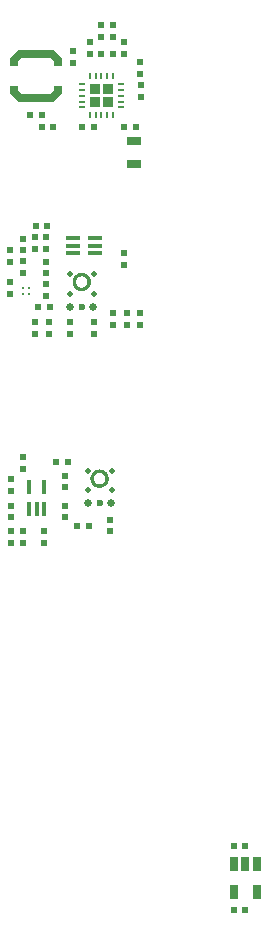
<source format=gbr>
%TF.GenerationSoftware,Altium Limited,Altium Designer,22.6.1 (34)*%
G04 Layer_Color=128*
%FSLAX45Y45*%
%MOMM*%
%TF.SameCoordinates,41C29604-6FBD-4392-AD62-CF0DA8D1722B*%
%TF.FilePolarity,Positive*%
%TF.FileFunction,Paste,Bot*%
%TF.Part,CustomerPanel*%
G01*
G75*
%TA.AperFunction,SMDPad,CuDef*%
%ADD11R,0.50000X0.60000*%
%ADD12R,0.60000X0.50000*%
%ADD13R,1.30000X0.40000*%
G04:AMPARAMS|DCode=32|XSize=1.19mm|YSize=0.4mm|CornerRadius=0.1mm|HoleSize=0mm|Usage=FLASHONLY|Rotation=90.000|XOffset=0mm|YOffset=0mm|HoleType=Round|Shape=RoundedRectangle|*
%AMROUNDEDRECTD32*
21,1,1.19000,0.20000,0,0,90.0*
21,1,0.99000,0.40000,0,0,90.0*
1,1,0.20000,0.10000,0.49500*
1,1,0.20000,0.10000,-0.49500*
1,1,0.20000,-0.10000,-0.49500*
1,1,0.20000,-0.10000,0.49500*
%
%ADD32ROUNDEDRECTD32*%
%TA.AperFunction,ConnectorPad*%
%ADD33R,0.60000X0.50000*%
%TA.AperFunction,SMDPad,CuDef*%
%ADD34R,0.15000X0.15000*%
%ADD35C,0.65000*%
%ADD36C,0.46000*%
%ADD37C,0.60000*%
%ADD38C,0.25400*%
G04:AMPARAMS|DCode=39|XSize=0.9017mm|YSize=0.7112mm|CornerRadius=0mm|HoleSize=0mm|Usage=FLASHONLY|Rotation=45.000|XOffset=0mm|YOffset=0mm|HoleType=Round|Shape=Rectangle|*
%AMROTATEDRECTD39*
4,1,4,-0.06735,-0.57025,-0.57025,-0.06735,0.06735,0.57025,0.57025,0.06735,-0.06735,-0.57025,0.0*
%
%ADD39ROTATEDRECTD39*%

G04:AMPARAMS|DCode=40|XSize=0.9017mm|YSize=0.7112mm|CornerRadius=0mm|HoleSize=0mm|Usage=FLASHONLY|Rotation=135.000|XOffset=0mm|YOffset=0mm|HoleType=Round|Shape=Rectangle|*
%AMROTATEDRECTD40*
4,1,4,0.57025,-0.06735,0.06735,-0.57025,-0.57025,0.06735,-0.06735,0.57025,0.57025,-0.06735,0.0*
%
%ADD40ROTATEDRECTD40*%

%ADD41R,0.71120X0.80010*%
%ADD42R,3.12420X0.71120*%
%TA.AperFunction,ConnectorPad*%
%ADD46R,1.30000X0.70000*%
%ADD47R,0.70000X1.25000*%
%TA.AperFunction,NonConductor*%
%ADD81R,0.82000X0.82000*%
%TA.AperFunction,SMDPad,CuDef*%
%ADD82O,0.19000X0.55000*%
%ADD83O,0.55000X0.19000*%
G36*
X513712Y5980190D02*
X517629Y5979783D01*
X521519Y5979176D01*
X525374Y5978371D01*
X529182Y5977369D01*
X532934Y5976174D01*
X536620Y5974789D01*
X540230Y5973217D01*
X543755Y5971462D01*
X547185Y5969529D01*
X550512Y5967423D01*
X553727Y5965149D01*
X556822Y5962714D01*
X559788Y5960124D01*
X562617Y5957386D01*
X565302Y5954506D01*
X567837Y5951492D01*
X570214Y5948353D01*
X572427Y5945097D01*
X574471Y5941731D01*
X576340Y5938265D01*
X578029Y5934708D01*
X579534Y5931069D01*
X580850Y5927358D01*
X581975Y5923585D01*
X582905Y5919759D01*
X583639Y5915890D01*
X584173Y5911989D01*
X584507Y5908065D01*
X584640Y5904130D01*
X584608Y5902300D01*
Y5898300D01*
X584430Y5895710D01*
X583981Y5891923D01*
X583349Y5888162D01*
X582537Y5884436D01*
X581545Y5880753D01*
X580377Y5877122D01*
X579035Y5873552D01*
X577523Y5870051D01*
X575843Y5866627D01*
X574000Y5863288D01*
X571997Y5860042D01*
X569841Y5856896D01*
X567535Y5853858D01*
X565085Y5850935D01*
X562497Y5848134D01*
X559777Y5845460D01*
X556931Y5842922D01*
X553965Y5840523D01*
X550888Y5838271D01*
X547705Y5836169D01*
X544424Y5834224D01*
X541054Y5832439D01*
X537601Y5830819D01*
X534074Y5829368D01*
X530481Y5828089D01*
X526831Y5826984D01*
X523131Y5826057D01*
X519391Y5825310D01*
X515619Y5824744D01*
X511825Y5824361D01*
X510608Y5824300D01*
X504566D01*
X500487Y5824514D01*
X496424Y5824941D01*
X492389Y5825580D01*
X488393Y5826429D01*
X484448Y5827486D01*
X480563Y5828749D01*
X476749Y5830213D01*
X473017Y5831874D01*
X469377Y5833728D01*
X465840Y5835771D01*
X462414Y5837996D01*
X459109Y5840397D01*
X455934Y5842968D01*
X452898Y5845701D01*
X450010Y5848590D01*
X447276Y5851625D01*
X444705Y5854800D01*
X442304Y5858105D01*
X440080Y5861531D01*
X438037Y5865069D01*
X436183Y5868708D01*
X434521Y5872440D01*
X433057Y5876254D01*
X431795Y5880139D01*
X430737Y5884084D01*
X429888Y5888080D01*
X429249Y5892115D01*
X428822Y5896178D01*
X428608Y5900257D01*
Y5902300D01*
Y5905300D01*
X428687Y5907585D01*
X429010Y5911402D01*
X429521Y5915199D01*
X430219Y5918966D01*
X431103Y5922694D01*
X432169Y5926374D01*
X433416Y5929996D01*
X434841Y5933553D01*
X436440Y5937034D01*
X438209Y5940433D01*
X440144Y5943739D01*
X442240Y5946947D01*
X444492Y5950046D01*
X446894Y5953030D01*
X449441Y5955893D01*
X452127Y5958625D01*
X454944Y5961222D01*
X457886Y5963676D01*
X460945Y5965982D01*
X464116Y5968133D01*
X467388Y5970125D01*
X470755Y5971954D01*
X474208Y5973613D01*
X477739Y5975100D01*
X481339Y5976410D01*
X485000Y5977541D01*
X488712Y5978489D01*
X492466Y5979253D01*
X496254Y5979831D01*
X500065Y5980220D01*
X501608Y5980300D01*
Y5950300D01*
X500821Y5950232D01*
X498547Y5949922D01*
X496291Y5949503D01*
X494058Y5948975D01*
X491852Y5948340D01*
X489681Y5947599D01*
X487547Y5946754D01*
X485456Y5945808D01*
X483414Y5944761D01*
X481425Y5943617D01*
X479493Y5942378D01*
X477623Y5941048D01*
X475820Y5939629D01*
X474087Y5938124D01*
X472429Y5936538D01*
X470849Y5934873D01*
X469352Y5933135D01*
X467940Y5931325D01*
X466617Y5929450D01*
X465386Y5927513D01*
X464251Y5925520D01*
X463212Y5923473D01*
X462274Y5921379D01*
X461438Y5919242D01*
X460706Y5917067D01*
X460080Y5914859D01*
X459561Y5912623D01*
X459151Y5910366D01*
X458850Y5908091D01*
X458659Y5905804D01*
X458608Y5904300D01*
Y5898300D01*
X458706Y5897178D01*
X459007Y5894945D01*
X459411Y5892728D01*
X459918Y5890533D01*
X460526Y5888363D01*
X461235Y5886224D01*
X462043Y5884121D01*
X462947Y5882057D01*
X463946Y5880038D01*
X465039Y5878067D01*
X466222Y5876150D01*
X467492Y5874289D01*
X468848Y5872489D01*
X470287Y5870755D01*
X471804Y5869089D01*
X473397Y5867496D01*
X475063Y5865979D01*
X476797Y5864540D01*
X478597Y5863185D01*
X480457Y5861914D01*
X482375Y5860731D01*
X484346Y5859639D01*
X486365Y5858639D01*
X488429Y5857735D01*
X490532Y5856927D01*
X492671Y5856218D01*
X494841Y5855610D01*
X497036Y5855103D01*
X499252Y5854699D01*
X501486Y5854398D01*
X502608Y5854300D01*
X507865D01*
X510375Y5854432D01*
X512875Y5854694D01*
X515358Y5855088D01*
X517817Y5855610D01*
X520245Y5856261D01*
X522636Y5857038D01*
X524983Y5857938D01*
X527279Y5858961D01*
X529519Y5860102D01*
X531696Y5861359D01*
X533805Y5862728D01*
X535838Y5864206D01*
X537792Y5865788D01*
X539660Y5867470D01*
X541438Y5869248D01*
X543120Y5871116D01*
X544702Y5873069D01*
X546180Y5875103D01*
X547549Y5877211D01*
X548806Y5879388D01*
X549947Y5881628D01*
X550969Y5883924D01*
X551870Y5886271D01*
X552647Y5888662D01*
X553298Y5891091D01*
X553821Y5893549D01*
X554214Y5896032D01*
X554476Y5898533D01*
X554608Y5901043D01*
Y5902300D01*
Y5903300D01*
X554610Y5904085D01*
X554496Y5906409D01*
X554269Y5908724D01*
X553929Y5911026D01*
X553477Y5913308D01*
X552914Y5915566D01*
X552242Y5917794D01*
X551461Y5919985D01*
X550575Y5922136D01*
X549584Y5924242D01*
X548492Y5926296D01*
X547300Y5928295D01*
X546013Y5930233D01*
X544632Y5932105D01*
X543161Y5933908D01*
X541605Y5935637D01*
X539965Y5937288D01*
X538247Y5938857D01*
X536455Y5940340D01*
X534591Y5941734D01*
X532662Y5943035D01*
X530672Y5944240D01*
X528626Y5945347D01*
X526527Y5946352D01*
X524382Y5947254D01*
X522196Y5948050D01*
X519974Y5948738D01*
X517720Y5949317D01*
X515441Y5949784D01*
X513141Y5950140D01*
X511608Y5950300D01*
Y5980300D01*
X513712Y5980190D01*
D02*
G37*
G36*
X664742Y4315429D02*
X668659Y4315022D01*
X672549Y4314415D01*
X676404Y4313610D01*
X680212Y4312608D01*
X683964Y4311413D01*
X687650Y4310028D01*
X691260Y4308456D01*
X694785Y4306701D01*
X698215Y4304768D01*
X701542Y4302662D01*
X704757Y4300388D01*
X707852Y4297953D01*
X710817Y4295363D01*
X713647Y4292625D01*
X716332Y4289745D01*
X718867Y4286731D01*
X721244Y4283592D01*
X723457Y4280336D01*
X725501Y4276970D01*
X727370Y4273504D01*
X729059Y4269947D01*
X730563Y4266308D01*
X731880Y4262597D01*
X733005Y4258824D01*
X733935Y4254998D01*
X734669Y4251129D01*
X735203Y4247227D01*
X735537Y4243304D01*
X735670Y4239369D01*
X735638Y4237539D01*
Y4233539D01*
X735460Y4230949D01*
X735011Y4227162D01*
X734379Y4223400D01*
X733566Y4219674D01*
X732575Y4215991D01*
X731407Y4212361D01*
X730065Y4208791D01*
X728553Y4205290D01*
X726873Y4201866D01*
X725030Y4198527D01*
X723027Y4195280D01*
X720871Y4192135D01*
X718565Y4189097D01*
X716115Y4186174D01*
X713527Y4183372D01*
X710807Y4180699D01*
X707960Y4178161D01*
X704995Y4175762D01*
X701918Y4173510D01*
X698735Y4171408D01*
X695454Y4169463D01*
X692084Y4167678D01*
X688631Y4166058D01*
X685104Y4164607D01*
X681511Y4163327D01*
X677860Y4162223D01*
X674161Y4161296D01*
X670421Y4160549D01*
X666649Y4159983D01*
X662855Y4159600D01*
X661638Y4159539D01*
X655596D01*
X651517Y4159753D01*
X647454Y4160180D01*
X643419Y4160818D01*
X639423Y4161668D01*
X635478Y4162725D01*
X631593Y4163987D01*
X627779Y4165451D01*
X624047Y4167113D01*
X620407Y4168967D01*
X616869Y4171010D01*
X613444Y4173235D01*
X610139Y4175636D01*
X606964Y4178207D01*
X603928Y4180940D01*
X601040Y4183828D01*
X598306Y4186864D01*
X595735Y4190039D01*
X593334Y4193344D01*
X591110Y4196770D01*
X589067Y4200307D01*
X587212Y4203947D01*
X585551Y4207679D01*
X584087Y4211492D01*
X582825Y4215378D01*
X581767Y4219323D01*
X580918Y4223319D01*
X580279Y4227354D01*
X579852Y4231416D01*
X579638Y4235496D01*
Y4237539D01*
Y4240539D01*
X579717Y4242823D01*
X580040Y4246641D01*
X580551Y4250438D01*
X581249Y4254205D01*
X582132Y4257933D01*
X583199Y4261613D01*
X584446Y4265235D01*
X585871Y4268792D01*
X587470Y4272273D01*
X589239Y4275672D01*
X591174Y4278978D01*
X593270Y4282186D01*
X595522Y4285285D01*
X597924Y4288269D01*
X600471Y4291132D01*
X603157Y4293864D01*
X605974Y4296461D01*
X608916Y4298915D01*
X611975Y4301221D01*
X615146Y4303372D01*
X618418Y4305364D01*
X621785Y4307193D01*
X625238Y4308852D01*
X628769Y4310339D01*
X632369Y4311649D01*
X636030Y4312780D01*
X639742Y4313728D01*
X643496Y4314492D01*
X647283Y4315070D01*
X651095Y4315459D01*
X652638Y4315539D01*
Y4285539D01*
X651851Y4285471D01*
X649577Y4285161D01*
X647321Y4284742D01*
X645088Y4284214D01*
X642882Y4283579D01*
X640710Y4282838D01*
X638577Y4281993D01*
X636486Y4281047D01*
X634444Y4280000D01*
X632455Y4278856D01*
X630523Y4277617D01*
X628653Y4276287D01*
X626850Y4274868D01*
X625117Y4273363D01*
X623459Y4271777D01*
X621879Y4270112D01*
X620382Y4268374D01*
X618970Y4266564D01*
X617647Y4264689D01*
X616416Y4262752D01*
X615281Y4260758D01*
X614242Y4258712D01*
X613304Y4256617D01*
X612468Y4254480D01*
X611736Y4252305D01*
X611110Y4250098D01*
X610591Y4247862D01*
X610181Y4245604D01*
X609880Y4243330D01*
X609689Y4241043D01*
X609638Y4239539D01*
Y4233539D01*
X609736Y4232417D01*
X610037Y4230184D01*
X610441Y4227967D01*
X610948Y4225772D01*
X611556Y4223602D01*
X612265Y4221463D01*
X613072Y4219360D01*
X613977Y4217296D01*
X614976Y4215277D01*
X616069Y4213306D01*
X617251Y4211388D01*
X618522Y4209528D01*
X619878Y4207728D01*
X621317Y4205994D01*
X622834Y4204328D01*
X624427Y4202735D01*
X626093Y4201218D01*
X627827Y4199779D01*
X629627Y4198423D01*
X631487Y4197152D01*
X633405Y4195970D01*
X635376Y4194877D01*
X637395Y4193878D01*
X639459Y4192973D01*
X641562Y4192166D01*
X643701Y4191457D01*
X645870Y4190849D01*
X648066Y4190342D01*
X650282Y4189938D01*
X652516Y4189637D01*
X653638Y4189539D01*
X658895D01*
X661405Y4189670D01*
X663905Y4189933D01*
X666388Y4190326D01*
X668847Y4190849D01*
X671275Y4191500D01*
X673666Y4192276D01*
X676013Y4193177D01*
X678309Y4194200D01*
X680549Y4195341D01*
X682726Y4196598D01*
X684835Y4197967D01*
X686868Y4199444D01*
X688822Y4201027D01*
X690690Y4202709D01*
X692468Y4204486D01*
X694150Y4206354D01*
X695732Y4208308D01*
X697209Y4210342D01*
X698578Y4212450D01*
X699836Y4214627D01*
X700977Y4216867D01*
X701999Y4219163D01*
X702900Y4221510D01*
X703677Y4223901D01*
X704328Y4226329D01*
X704851Y4228788D01*
X705244Y4231271D01*
X705506Y4233771D01*
X705638Y4236282D01*
Y4237539D01*
Y4238539D01*
X705639Y4239324D01*
X705526Y4241648D01*
X705299Y4243963D01*
X704959Y4246265D01*
X704507Y4248547D01*
X703944Y4250805D01*
X703272Y4253032D01*
X702491Y4255224D01*
X701605Y4257375D01*
X700614Y4259480D01*
X699522Y4261535D01*
X698330Y4263534D01*
X697043Y4265472D01*
X695662Y4267344D01*
X694191Y4269147D01*
X692635Y4270876D01*
X690995Y4272527D01*
X689277Y4274096D01*
X687485Y4275579D01*
X685621Y4276973D01*
X683692Y4278274D01*
X681702Y4279479D01*
X679655Y4280586D01*
X677557Y4281591D01*
X675412Y4282493D01*
X673226Y4283289D01*
X671003Y4283977D01*
X668750Y4284556D01*
X666471Y4285023D01*
X664171Y4285379D01*
X662638Y4285539D01*
Y4315539D01*
X664742Y4315429D01*
D02*
G37*
D11*
X388558Y4378839D02*
D03*
X288558D02*
D03*
X468036Y3840199D02*
D03*
X568041D02*
D03*
X215097Y6375400D02*
D03*
X115098D02*
D03*
X139700Y5692298D02*
D03*
X239700D02*
D03*
X170650Y7314499D02*
D03*
X70650D02*
D03*
X673100Y7835900D02*
D03*
X773100D02*
D03*
X864400Y7213600D02*
D03*
X964400D02*
D03*
X608100D02*
D03*
X508100D02*
D03*
X265900D02*
D03*
X165900D02*
D03*
X1891500Y1130301D02*
D03*
X1791500D02*
D03*
Y584201D02*
D03*
X1891500D02*
D03*
D12*
X10038Y4419440D02*
D03*
Y4319435D02*
D03*
X746638Y3790196D02*
D03*
Y3890196D02*
D03*
X365638Y4009741D02*
D03*
Y3909741D02*
D03*
X367238Y4263356D02*
D03*
Y4163356D02*
D03*
X189338Y3693836D02*
D03*
Y3793836D02*
D03*
X10038Y3793841D02*
D03*
Y3693836D02*
D03*
X114300Y5561800D02*
D03*
Y5461800D02*
D03*
X228600Y5561800D02*
D03*
Y5461800D02*
D03*
X774700Y5538000D02*
D03*
Y5638000D02*
D03*
X889000Y5538000D02*
D03*
Y5638000D02*
D03*
X1003300Y5537200D02*
D03*
Y5637200D02*
D03*
X203200Y6075964D02*
D03*
Y5975964D02*
D03*
Y6285702D02*
D03*
Y6185703D02*
D03*
X114300D02*
D03*
Y6285702D02*
D03*
X863600Y6045200D02*
D03*
Y6145200D02*
D03*
X12700Y6170605D02*
D03*
Y6270605D02*
D03*
X609600Y5561800D02*
D03*
Y5461800D02*
D03*
X405108Y5561800D02*
D03*
Y5461800D02*
D03*
X202797Y5786169D02*
D03*
Y5886169D02*
D03*
X12700Y5981700D02*
D03*
Y6081705D02*
D03*
X1003300Y7664380D02*
D03*
Y7764380D02*
D03*
X1004320Y7469855D02*
D03*
Y7569855D02*
D03*
X431800Y7759700D02*
D03*
Y7859700D02*
D03*
X573100Y7935900D02*
D03*
Y7835900D02*
D03*
X672694Y7978972D02*
D03*
Y8078972D02*
D03*
X773100Y8076400D02*
D03*
Y7976400D02*
D03*
X865200Y7936700D02*
D03*
Y7836700D02*
D03*
D13*
X435631Y6145301D02*
D03*
Y6210300D02*
D03*
X617129D02*
D03*
X435631Y6275299D02*
D03*
X617129D02*
D03*
Y6145301D02*
D03*
D32*
X59338Y4170039D02*
D03*
Y3978039D02*
D03*
X189338Y4170039D02*
D03*
X124338Y3978039D02*
D03*
X189338D02*
D03*
D33*
X-91562Y4134771D02*
D03*
Y4234776D02*
D03*
X-91562Y4009741D02*
D03*
Y3909736D02*
D03*
Y3793841D02*
D03*
Y3693836D02*
D03*
X-101600Y5901558D02*
D03*
Y5801558D02*
D03*
Y6170600D02*
D03*
Y6070600D02*
D03*
D34*
X657636Y4174536D02*
D03*
X506607Y5839298D02*
D03*
D35*
X754136Y4027537D02*
D03*
X561137D02*
D03*
X603106Y5692298D02*
D03*
X410107D02*
D03*
D36*
X759140Y4137539D02*
D03*
X556138D02*
D03*
X759140Y4301536D02*
D03*
X556138D02*
D03*
X608110Y5802300D02*
D03*
X405108D02*
D03*
X608110Y5966298D02*
D03*
X405108D02*
D03*
D37*
X657636Y4027537D02*
D03*
X506607Y5692298D02*
D03*
D38*
X63500Y5852358D02*
D03*
X12700D02*
D03*
X63500Y5801558D02*
D03*
X12700D02*
D03*
D39*
X-40640Y7810970D02*
D03*
X283210Y7484580D02*
D03*
D40*
X-41910D02*
D03*
X283210Y7809700D02*
D03*
D41*
X-63500Y7763980D02*
D03*
X304800D02*
D03*
X-63500Y7530300D02*
D03*
X304800D02*
D03*
D42*
X120650Y7831290D02*
D03*
Y7462990D02*
D03*
D46*
X952500Y7092700D02*
D03*
Y6902700D02*
D03*
D47*
X1796500Y975330D02*
D03*
X1891500D02*
D03*
X1986500D02*
D03*
Y735330D02*
D03*
X1796500D02*
D03*
D81*
X617102Y7424302D02*
D03*
X729099D02*
D03*
Y7536298D02*
D03*
X617102D02*
D03*
D82*
X573100Y7315300D02*
D03*
X623100D02*
D03*
X673100D02*
D03*
X723100D02*
D03*
X773100D02*
D03*
Y7645300D02*
D03*
X723100D02*
D03*
X673100D02*
D03*
X623100D02*
D03*
X573100D02*
D03*
D83*
X838100Y7380300D02*
D03*
Y7430300D02*
D03*
Y7480300D02*
D03*
Y7530300D02*
D03*
Y7580300D02*
D03*
X508100D02*
D03*
Y7530300D02*
D03*
Y7480300D02*
D03*
Y7430300D02*
D03*
Y7380300D02*
D03*
%TF.MD5,95db388168fa176642874f98ea215379*%
M02*

</source>
